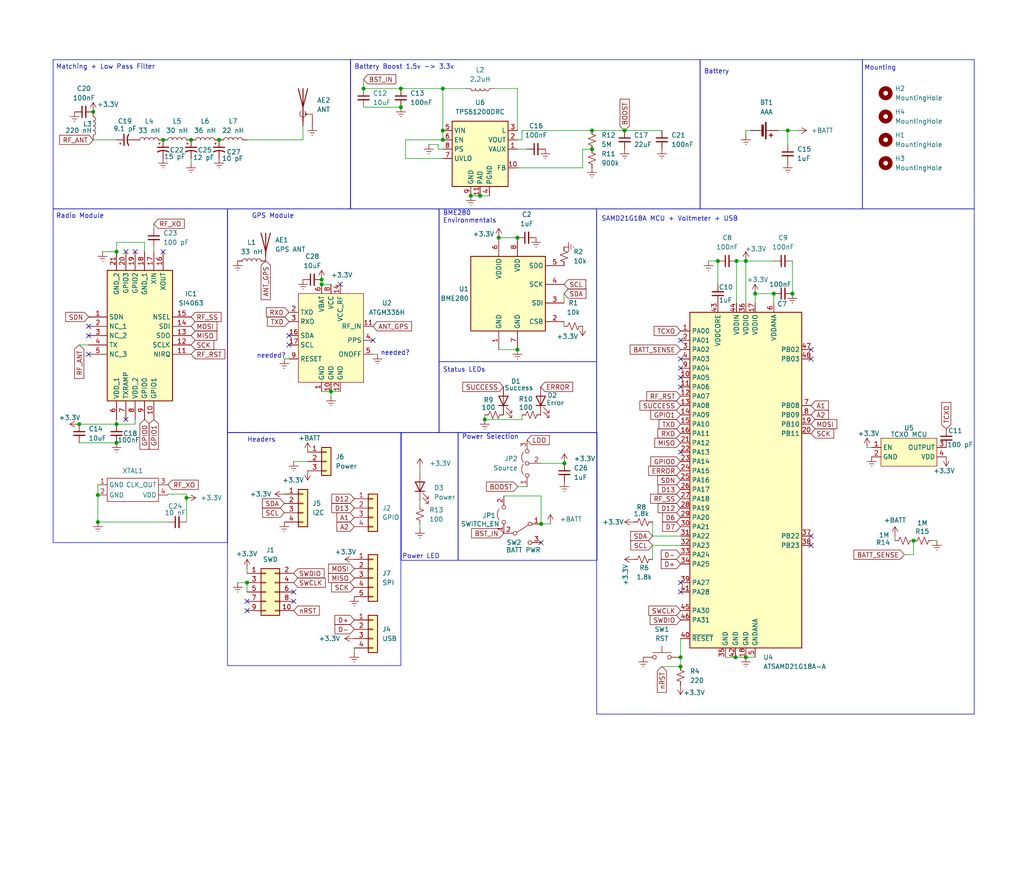
<source format=kicad_sch>
(kicad_sch (version 20231120) (generator "eeschema") (generator_version "8.0")
  (paper "User" 278.994 240.005)
  (title_block (title "Tiny4FSK") (date "2024-01-25") (company "New England Weather Balloon Society") (comment 1 "The lightweight, tiny Horus Binary and LoRa HAB tracker"))
  (junction (at 210.82 80.01))
  (junction (at 67.31 158.75))
  (junction (at 195.58 71.12))
  (junction (at 147.4252 142.748))
  (junction (at 135.89 64.77))
  (junction (at 205.74 80.01))
  (junction (at 31.75 68.58))
  (junction (at 128.27 53.34))
  (junction (at 31.75 115.57))
  (junction (at 31.75 120.65))
  (junction (at 140.97 64.77))
  (junction (at 161.29 40.64))
  (junction (at 50.8 135.636))
  (junction (at 109.22 24.13))
  (junction (at 130.81 53.34))
  (junction (at 185.42 181.61))
  (junction (at 90.17 106.68))
  (junction (at 26.67 134.874))
  (junction (at 21.59 115.57))
  (junction (at 132.08 114.3))
  (junction (at 44.45 38.1))
  (junction (at 185.42 179.07))
  (junction (at 109.22 29.21))
  (junction (at 25.4 30.48))
  (junction (at 203.2 179.07))
  (junction (at 99.06 24.13))
  (junction (at 140.97 95.25))
  (junction (at 153.7752 126.238))
  (junction (at 26.67 142.24))
  (junction (at 214.63 35.56))
  (junction (at 87.63 77.47))
  (junction (at 170.18 35.56))
  (junction (at 120.65 38.1))
  (junction (at 59.69 38.1))
  (junction (at 200.406 179.07))
  (junction (at 120.65 35.56))
  (junction (at 87.63 76.2))
  (junction (at 248.92 147.32))
  (junction (at 120.65 24.13))
  (junction (at 200.66 71.12))
  (junction (at 203.2 71.12))
  (junction (at 161.29 35.56))
  (junction (at 52.07 38.1))
  (junction (at 215.9 80.01))
  (no_connect (at 185.42 97.79))
  (no_connect (at 34.29 68.58))
  (no_connect (at 185.42 105.41))
  (no_connect (at 147.4252 147.828))
  (no_connect (at 80.01 161.29))
  (no_connect (at 220.98 97.79))
  (no_connect (at 185.42 100.33))
  (no_connect (at 80.01 163.83))
  (no_connect (at 101.6 92.71))
  (no_connect (at 44.45 68.58))
  (no_connect (at 36.83 68.58))
  (no_connect (at 67.31 166.37))
  (no_connect (at 220.98 95.25))
  (no_connect (at 78.74 93.98))
  (no_connect (at 78.74 91.44))
  (no_connect (at 185.42 158.75))
  (no_connect (at 220.98 148.59))
  (no_connect (at 24.13 96.52))
  (no_connect (at 220.98 146.05))
  (no_connect (at 185.42 92.71))
  (no_connect (at 185.42 123.19))
  (no_connect (at 92.71 77.47))
  (no_connect (at 34.29 114.3))
  (no_connect (at 24.13 91.44))
  (no_connect (at 185.42 161.29))
  (no_connect (at 67.31 163.83))
  (no_connect (at 24.13 88.9))
  (no_connect (at 185.42 102.87))
  (wire (pts (xy 200.406 179.07) (xy 203.2 179.07)))
  (wire (pts (xy 147.4252 126.238) (xy 153.7752 126.238)))
  (wire (pts (xy 161.29 35.56) (xy 170.18 35.56)))
  (wire (pts (xy 135.89 95.25) (xy 140.97 95.25)))
  (wire (pts (xy 52.07 44.45) (xy 52.07 43.18)))
  (wire (pts (xy 128.27 53.34) (xy 130.81 53.34)))
  (wire (pts (xy 205.74 82.55) (xy 205.74 80.01)))
  (wire (pts (xy 67.31 154.94) (xy 67.31 156.21)))
  (wire (pts (xy 114.4052 142.748) (xy 114.4052 144.018)))
  (wire (pts (xy 141.0752 132.588) (xy 143.6152 132.588)))
  (wire (pts (xy 87.63 76.2) (xy 87.63 77.47)))
  (wire (pts (xy 195.58 77.47) (xy 195.58 71.12)))
  (wire (pts (xy 114.4052 136.398) (xy 114.4052 137.668)))
  (wire (pts (xy 45.72 134.62) (xy 50.8 134.62)))
  (wire (pts (xy 120.65 24.13) (xy 127 24.13)))
  (wire (pts (xy 203.2 179.07) (xy 205.74 179.07)))
  (wire (pts (xy 110.49 38.1) (xy 110.49 43.18)))
  (wire (pts (xy 110.49 38.1) (xy 120.65 38.1)))
  (wire (pts (xy 203.2 36.83) (xy 203.2 35.56)))
  (wire (pts (xy 50.8 135.636) (xy 50.8 142.24)))
  (wire (pts (xy 50.8 134.62) (xy 50.8 135.636)))
  (wire (pts (xy 180.34 181.61) (xy 185.42 181.61)))
  (wire (pts (xy 203.2 35.56) (xy 204.47 35.56)))
  (wire (pts (xy 140.97 35.56) (xy 140.97 24.13)))
  (wire (pts (xy 142.24 38.1) (xy 142.24 35.56)))
  (wire (pts (xy 215.9 71.12) (xy 215.9 80.01)))
  (wire (pts (xy 119.38 39.37) (xy 119.38 40.64)))
  (wire (pts (xy 217.17 35.56) (xy 214.63 35.56)))
  (wire (pts (xy 99.06 29.21) (xy 109.22 29.21)))
  (wire (pts (xy 158.75 40.64) (xy 161.29 40.64)))
  (wire (pts (xy 41.91 60.96) (xy 41.91 62.23)))
  (wire (pts (xy 27.94 68.58) (xy 31.75 68.58)))
  (wire (pts (xy 177.8 142.24) (xy 177.8 146.05)))
  (wire (pts (xy 248.92 147.32) (xy 248.92 151.13)))
  (wire (pts (xy 21.59 115.57) (xy 31.75 115.57)))
  (wire (pts (xy 140.97 40.64) (xy 143.51 40.64)))
  (wire (pts (xy 120.65 24.13) (xy 120.65 35.56)))
  (wire (pts (xy 142.24 113.03) (xy 142.24 114.3)))
  (wire (pts (xy 39.37 66.04) (xy 31.75 66.04)))
  (wire (pts (xy 246.38 151.13) (xy 248.92 151.13)))
  (wire (pts (xy 153.67 88.9) (xy 153.67 87.63)))
  (wire (pts (xy 110.49 43.18) (xy 120.65 43.18)))
  (wire (pts (xy 205.74 80.01) (xy 210.82 80.01)))
  (wire (pts (xy 82.55 34.29) (xy 82.55 38.1)))
  (wire (pts (xy 140.97 24.13) (xy 134.62 24.13)))
  (wire (pts (xy 90.17 107.95) (xy 90.17 106.68)))
  (wire (pts (xy 25.4 38.1) (xy 31.75 38.1)))
  (wire (pts (xy 137.2652 135.128) (xy 147.4252 135.128)))
  (wire (pts (xy 132.08 113.03) (xy 132.08 114.3)))
  (wire (pts (xy 210.82 80.01) (xy 210.82 82.55)))
  (wire (pts (xy 87.63 106.68) (xy 90.17 106.68)))
  (wire (pts (xy 96.52 177.8) (xy 96.52 176.53)))
  (wire (pts (xy 212.09 35.56) (xy 214.63 35.56)))
  (wire (pts (xy 99.06 21.59) (xy 99.06 24.13)))
  (wire (pts (xy 26.67 132.08) (xy 26.67 134.874)))
  (wire (pts (xy 153.67 80.01) (xy 153.67 82.55)))
  (wire (pts (xy 177.8 146.05) (xy 185.42 146.05)))
  (wire (pts (xy 243.84 146.05) (xy 243.84 147.32)))
  (wire (pts (xy 31.75 115.57) (xy 36.83 115.57)))
  (wire (pts (xy 185.42 179.07) (xy 185.42 181.61)))
  (wire (pts (xy 185.42 179.07) (xy 185.42 173.99)))
  (wire (pts (xy 102.87 96.52) (xy 101.6 96.52)))
  (wire (pts (xy 114.4052 127.508) (xy 114.4052 128.778)))
  (wire (pts (xy 135.89 64.77) (xy 140.97 64.77)))
  (wire (pts (xy 67.31 38.1) (xy 82.55 38.1)))
  (wire (pts (xy 26.67 142.24) (xy 45.72 142.24)))
  (wire (pts (xy 200.66 71.12) (xy 200.66 82.55)))
  (wire (pts (xy 31.75 115.57) (xy 31.75 114.3)))
  (wire (pts (xy 177.8 148.59) (xy 185.42 148.59)))
  (wire (pts (xy 21.59 120.65) (xy 31.75 120.65)))
  (wire (pts (xy 193.04 71.12) (xy 195.58 71.12)))
  (wire (pts (xy 64.77 158.75) (xy 67.31 158.75)))
  (wire (pts (xy 87.63 77.47) (xy 90.17 77.47)))
  (wire (pts (xy 41.91 67.31) (xy 41.91 68.58)))
  (wire (pts (xy 142.24 114.3) (xy 132.08 114.3)))
  (wire (pts (xy 80.01 125.73) (xy 83.82 125.73)))
  (wire (pts (xy 90.17 106.68) (xy 92.71 106.68)))
  (wire (pts (xy 99.06 24.13) (xy 109.22 24.13)))
  (wire (pts (xy 130.81 53.34) (xy 133.35 53.34)))
  (wire (pts (xy 236.22 121.92) (xy 237.49 121.92)))
  (wire (pts (xy 200.66 71.12) (xy 203.2 71.12)))
  (wire (pts (xy 77.47 97.79) (xy 78.74 97.79)))
  (wire (pts (xy 45.72 134.62) (xy 45.72 134.874)))
  (wire (pts (xy 67.31 158.75) (xy 67.31 161.29)))
  (wire (pts (xy 158.75 45.72) (xy 140.97 45.72)))
  (wire (pts (xy 21.59 93.98) (xy 24.13 93.98)))
  (wire (pts (xy 214.63 39.37) (xy 214.63 35.56)))
  (wire (pts (xy 140.97 38.1) (xy 142.24 38.1)))
  (wire (pts (xy 147.4252 135.128) (xy 147.4252 142.748)))
  (wire (pts (xy 197.612 179.07) (xy 200.406 179.07)))
  (wire (pts (xy 158.75 40.64) (xy 158.75 45.72)))
  (wire (pts (xy 31.75 66.04) (xy 31.75 68.58)))
  (wire (pts (xy 203.2 71.12) (xy 210.82 71.12)))
  (wire (pts (xy 203.2 71.12) (xy 203.2 82.55)))
  (wire (pts (xy 36.83 114.3) (xy 36.83 115.57)))
  (wire (pts (xy 39.37 68.58) (xy 39.37 66.04)))
  (wire (pts (xy 119.38 40.64) (xy 120.65 40.64)))
  (wire (pts (xy 170.18 35.56) (xy 180.34 35.56)))
  (wire (pts (xy 109.22 24.13) (xy 120.65 24.13)))
  (wire (pts (xy 142.24 35.56) (xy 161.29 35.56)))
  (wire (pts (xy 177.8 152.4) (xy 177.8 148.59)))
  (wire (pts (xy 116.84 39.37) (xy 119.38 39.37)))
  (wire (pts (xy 26.67 134.874) (xy 26.67 142.24)))
  (wire (pts (xy 149.9652 142.748) (xy 147.4252 142.748)))
  (wire (pts (xy 120.65 38.1) (xy 120.65 35.56)))
  (wire (pts (xy 255.27 147.32) (xy 254 147.32)))
  (rectangle (start 61.976 117.856) (end 109.22 181.356))
  (rectangle (start 95.504 16.256) (end 190.754 56.896))
  (rectangle (start 162.56 56.896) (end 265.43 194.564))
  (rectangle (start 14.478 16.256) (end 95.504 56.896))
  (rectangle (start 190.754 16.256) (end 234.95 56.896))
  (rectangle (start 119.634 98.552) (end 162.56 117.856))
  (rectangle (start 109.3252 117.856) (end 124.8192 152.654))
  (rectangle (start 124.8192 117.856) (end 162.6652 152.654))
  (rectangle (start 234.95 16.256) (end 265.43 56.896))
  (rectangle (start 61.976 56.896) (end 119.634 117.856))
  (rectangle (start 14.478 56.896) (end 61.976 147.828))
  (rectangle (start 119.634 56.896) (end 162.56 98.552))
  (text "Power LED\n" (at 109.5792 152.4 0) (effects (font (size 1.27 1.27)) (justify left bottom)))
  (text "GPS Module\n" (at 68.58 59.69 0) (effects (font (size 1.27 1.27)) (justify left bottom)))
  (text "Headers\n" (at 67.31 120.65 0) (effects (font (size 1.27 1.27)) (justify left bottom)))
  (text "needed?" (at 73.914 97.028 0) (effects (font (size 1.27 1.27))))
  (text "Matching + Low Pass Filter\n" (at 15.24 19.05 0) (effects (font (size 1.27 1.27)) (justify left bottom)))
  (text "Power Selection\n" (at 125.8352 119.888 0) (effects (font (size 1.27 1.27)) (justify left bottom)))
  (text "BME280\nEnvironmentals" (at 120.65 60.96 0) (effects (font (size 1.27 1.27)) (justify left bottom)))
  (text "Radio Module\n" (at 15.24 59.69 0) (effects (font (size 1.27 1.27)) (justify left bottom)))
  (text "SAMD21G18A MCU + Voltmeter + USB\n" (at 163.83 60.452 0) (effects (font (size 1.27 1.27)) (justify left bottom)))
  (text "Mounting\n" (at 235.458 19.304 0) (effects (font (size 1.27 1.27)) (justify left bottom)))
  (text "needed?" (at 107.696 96.266 0) (effects (font (size 1.27 1.27))))
  (text "Battery" (at 191.77 20.32 0) (effects (font (size 1.27 1.27)) (justify left bottom)))
  (text "Status LEDs\n" (at 120.65 101.6 0) (effects (font (size 1.27 1.27)) (justify left bottom)))
  (text "Battery Boost 1.5v -> 3.3v" (at 96.52 19.05 0) (effects (font (size 1.27 1.27)) (justify left bottom)))
  (global_label "RF_XO" (shape input) (at 41.91 60.96 0) (property "Intersheetrefs" "${INTERSHEET_REFS}" (effects (hide yes))))
  (global_label "D12" (shape input) (at 96.52 135.89 180) (property "Intersheetrefs" "${INTERSHEET_REFS}" (effects (hide yes))))
  (global_label "nRST" (shape input) (at 80.01 166.37 0) (property "Intersheetrefs" "${INTERSHEET_REFS}" (effects (hide yes))))
  (global_label "GPIO0" (shape input) (at 39.37 114.3 270) (property "Intersheetrefs" "${INTERSHEET_REFS}" (effects (hide yes))))
  (global_label "BATT_SENSE" (shape input) (at 185.42 95.25 180) (property "Intersheetrefs" "${INTERSHEET_REFS}" (effects (hide yes))))
  (global_label "D13" (shape input) (at 96.52 138.43 180) (property "Intersheetrefs" "${INTERSHEET_REFS}" (effects (hide yes))))
  (global_label "GPIO0" (shape input) (at 185.42 125.73 180) (property "Intersheetrefs" "${INTERSHEET_REFS}" (effects (hide yes))))
  (global_label "RF_ANT" (shape input) (at 21.59 93.98 270) (property "Intersheetrefs" "${INTERSHEET_REFS}" (effects (hide yes))))
  (global_label "SCL" (shape input) (at 77.47 139.7 180) (property "Intersheetrefs" "${INTERSHEET_REFS}" (effects (hide yes))))
  (global_label "A1" (shape input) (at 96.52 140.97 180) (property "Intersheetrefs" "${INTERSHEET_REFS}" (effects (hide yes))))
  (global_label "ANT_GPS" (shape input) (at 72.39 71.12 270) (property "Intersheetrefs" "${INTERSHEET_REFS}" (effects (hide yes))))
  (global_label "D7" (shape input) (at 185.42 143.51 180) (property "Intersheetrefs" "${INTERSHEET_REFS}" (effects (hide yes))))
  (global_label "TCXO" (shape input) (at 257.81 116.84 90) (property "Intersheetrefs" "${INTERSHEET_REFS}" (effects (hide yes))))
  (global_label "SWDIO" (shape input) (at 185.42 168.91 180) (property "Intersheetrefs" "${INTERSHEET_REFS}" (effects (hide yes))))
  (global_label "SUCCESS" (shape input) (at 137.16 105.41 180) (property "Intersheetrefs" "${INTERSHEET_REFS}" (effects (hide yes))))
  (global_label "A2" (shape input) (at 220.98 113.03 0) (property "Intersheetrefs" "${INTERSHEET_REFS}" (effects (hide yes))))
  (global_label "D6" (shape input) (at 185.42 140.97 180) (property "Intersheetrefs" "${INTERSHEET_REFS}" (effects (hide yes))))
  (global_label "SWDIO" (shape input) (at 80.01 156.21 0) (property "Intersheetrefs" "${INTERSHEET_REFS}" (effects (hide yes))))
  (global_label "D-" (shape input) (at 185.42 151.13 180) (property "Intersheetrefs" "${INTERSHEET_REFS}" (effects (hide yes))))
  (global_label "A2" (shape input) (at 96.52 143.51 180) (property "Intersheetrefs" "${INTERSHEET_REFS}" (effects (hide yes))))
  (global_label "SDA" (shape input) (at 177.8 146.05 180) (property "Intersheetrefs" "${INTERSHEET_REFS}" (effects (hide yes))))
  (global_label "TXD" (shape input) (at 185.42 115.57 180) (property "Intersheetrefs" "${INTERSHEET_REFS}" (effects (hide yes))))
  (global_label "SDN" (shape input) (at 24.13 86.36 180) (property "Intersheetrefs" "${INTERSHEET_REFS}" (effects (hide yes))))
  (global_label "ANT_GPS" (shape input) (at 101.6 88.9 0) (property "Intersheetrefs" "${INTERSHEET_REFS}" (effects (hide yes))))
  (global_label "BST_IN" (shape input) (at 137.2652 145.288 180) (property "Intersheetrefs" "${INTERSHEET_REFS}" (effects (hide yes))))
  (global_label "RF_XO" (shape input) (at 45.72 132.08 0) (property "Intersheetrefs" "${INTERSHEET_REFS}" (effects (hide yes))))
  (global_label "MOSI" (shape input) (at 220.98 115.57 0) (property "Intersheetrefs" "${INTERSHEET_REFS}" (effects (hide yes))))
  (global_label "D+" (shape input) (at 185.42 153.67 180) (property "Intersheetrefs" "${INTERSHEET_REFS}" (effects (hide yes))))
  (global_label "RXD" (shape input) (at 185.42 118.11 180) (property "Intersheetrefs" "${INTERSHEET_REFS}" (effects (hide yes))))
  (global_label "D+" (shape input) (at 96.52 168.91 180) (property "Intersheetrefs" "${INTERSHEET_REFS}" (effects (hide yes))))
  (global_label "BOOST" (shape input) (at 141.0752 132.588 180) (property "Intersheetrefs" "${INTERSHEET_REFS}" (effects (hide yes))))
  (global_label "BATT_SENSE" (shape input) (at 246.38 151.13 180) (property "Intersheetrefs" "${INTERSHEET_REFS}" (effects (hide yes))))
  (global_label "RXD" (shape input) (at 78.74 85.09 180) (property "Intersheetrefs" "${INTERSHEET_REFS}" (effects (hide yes))))
  (global_label "SDN" (shape input) (at 185.42 130.81 180) (property "Intersheetrefs" "${INTERSHEET_REFS}" (effects (hide yes))))
  (global_label "RF_RST" (shape input) (at 185.42 107.95 180) (property "Intersheetrefs" "${INTERSHEET_REFS}" (effects (hide yes))))
  (global_label "SWCLK" (shape input) (at 185.42 166.37 180) (property "Intersheetrefs" "${INTERSHEET_REFS}" (effects (hide yes))))
  (global_label "TXD" (shape input) (at 78.74 87.63 180) (property "Intersheetrefs" "${INTERSHEET_REFS}" (effects (hide yes))))
  (global_label "D-" (shape input) (at 96.52 171.45 180) (property "Intersheetrefs" "${INTERSHEET_REFS}" (effects (hide yes))))
  (global_label "BOOST" (shape input) (at 170.18 35.56 90) (property "Intersheetrefs" "${INTERSHEET_REFS}" (effects (hide yes))))
  (global_label "SCK" (shape input) (at 52.07 93.98 0) (property "Intersheetrefs" "${INTERSHEET_REFS}" (effects (hide yes))))
  (global_label "RF_SS" (shape input) (at 52.07 86.36 0) (property "Intersheetrefs" "${INTERSHEET_REFS}" (effects (hide yes))))
  (global_label "SDA" (shape input) (at 77.47 137.16 180) (property "Intersheetrefs" "${INTERSHEET_REFS}" (effects (hide yes))))
  (global_label "D13" (shape input) (at 185.42 133.35 180) (property "Intersheetrefs" "${INTERSHEET_REFS}" (effects (hide yes))))
  (global_label "RF_RST" (shape input) (at 52.07 96.52 0) (property "Intersheetrefs" "${INTERSHEET_REFS}" (effects (hide yes))))
  (global_label "SUCCESS" (shape input) (at 185.42 110.49 180) (property "Intersheetrefs" "${INTERSHEET_REFS}" (effects (hide yes))))
  (global_label "GPIO1" (shape input) (at 185.42 113.03 180) (property "Intersheetrefs" "${INTERSHEET_REFS}" (effects (hide yes))))
  (global_label "nRST" (shape input) (at 180.34 181.61 270) (property "Intersheetrefs" "${INTERSHEET_REFS}" (effects (hide yes))))
  (global_label "SDA" (shape input) (at 153.67 80.01 0) (property "Intersheetrefs" "${INTERSHEET_REFS}" (effects (hide yes))))
  (global_label "MISO" (shape input) (at 96.52 157.48 180) (property "Intersheetrefs" "${INTERSHEET_REFS}" (effects (hide yes))))
  (global_label "A1" (shape input) (at 220.98 110.49 0) (property "Intersheetrefs" "${INTERSHEET_REFS}" (effects (hide yes))))
  (global_label "BST_IN" (shape input) (at 99.06 21.59 0) (property "Intersheetrefs" "${INTERSHEET_REFS}" (effects (hide yes))))
  (global_label "MISO" (shape input) (at 185.42 120.65 180) (property "Intersheetrefs" "${INTERSHEET_REFS}" (effects (hide yes))))
  (global_label "MOSI" (shape input) (at 52.07 88.9 0) (property "Intersheetrefs" "${INTERSHEET_REFS}" (effects (hide yes))))
  (global_label "SWCLK" (shape input) (at 80.01 158.75 0) (property "Intersheetrefs" "${INTERSHEET_REFS}" (effects (hide yes))))
  (global_label "SCL" (shape input) (at 177.8 148.59 180) (property "Intersheetrefs" "${INTERSHEET_REFS}" (effects (hide yes))))
  (global_label "ERROR" (shape input) (at 147.32 105.41 0) (property "Intersheetrefs" "${INTERSHEET_REFS}" (effects (hide yes))))
  (global_label "SCK" (shape input) (at 96.52 160.02 180) (property "Intersheetrefs" "${INTERSHEET_REFS}" (effects (hide yes))))
  (global_label "ERROR" (shape input) (at 185.42 128.27 180) (property "Intersheetrefs" "${INTERSHEET_REFS}" (effects (hide yes))))
  (global_label "SCK" (shape input) (at 220.98 118.11 0) (property "Intersheetrefs" "${INTERSHEET_REFS}" (effects (hide yes))))
  (global_label "LDO" (shape input) (at 143.6152 119.888 0) (property "Intersheetrefs" "${INTERSHEET_REFS}" (effects (hide yes))))
  (global_label "RF_ANT" (shape input) (at 25.4 38.1 180) (property "Intersheetrefs" "${INTERSHEET_REFS}" (effects (hide yes))))
  (global_label "MISO" (shape input) (at 52.07 91.44 0) (property "Intersheetrefs" "${INTERSHEET_REFS}" (effects (hide yes))))
  (global_label "SCL" (shape input) (at 153.67 77.47 0) (property "Intersheetrefs" "${INTERSHEET_REFS}" (effects (hide yes))))
  (global_label "D12" (shape input) (at 185.42 138.43 180) (property "Intersheetrefs" "${INTERSHEET_REFS}" (effects (hide yes))))
  (global_label "MOSI" (shape input) (at 96.52 154.94 180) (property "Intersheetrefs" "${INTERSHEET_REFS}" (effects (hide yes))))
  (global_label "GPIO1" (shape input) (at 41.91 114.3 270) (property "Intersheetrefs" "${INTERSHEET_REFS}" (effects (hide yes))))
  (global_label "TCXO" (shape input) (at 185.42 90.17 180) (property "Intersheetrefs" "${INTERSHEET_REFS}" (effects (hide yes))))
  (global_label "RF_SS" (shape input) (at 185.42 135.89 180) (property "Intersheetrefs" "${INTERSHEET_REFS}" (effects (hide yes))))
  (symbol (lib_name "Earth_2") (lib_id "power:Earth") (at 114.4052 144.018 0) (unit 1)
    (property "Reference" "#PWR012" (effects (hide yes)))
    (property "Value" "Earth" (effects (hide yes)))
  )
  (symbol (lib_name "Earth_4") (lib_id "power:Earth") (at 215.9 80.01 0) (unit 1)
    (property "Reference" "#PWR047" (effects (hide yes)))
    (property "Value" "Earth" (effects (hide yes)))
  )
  (symbol (lib_id "Mechanical:MountingHole") (at 241.3 31.75 0) (unit 1) (in_bom no)
    (property "Reference" "H4" (at 243.84 30.4799 0) (effects (justify left)))
    (property "Value" "MountingHole" (at 243.84 33.0199 0) (effects (justify left)))
    (property "Footprint" "MountingHole:MountingHole_2.2mm_M2" (effects (hide yes)))
    (property "Description" "Mounting Hole without connection" (effects (hide yes)))
  )
  (symbol (lib_id "Device:R_Small_US") (at 175.26 142.24 270) (unit 1)
    (property "Reference" "R8" (at 174.752 138.176 90))
    (property "Value" "1.8k" (at 174.752 139.954 90))
    (property "Footprint" "Resistor_SMD:R_0805_2012Metric_Pad1.20x1.40mm_HandSolder" (effects (hide yes)))
    (property "Description" "Resistor, small US symbol" (effects (hide yes)))
  )
  (symbol (lib_id "Device:C_Polarized_Small_US") (at 52.07 40.64 0) (unit 1)
    (property "Reference" "C25" (at 53.848 40.894 0) (effects (justify left)))
    (property "Value" "12 pF" (at 52.578 42.926 0) (effects (justify left)))
    (property "Footprint" "Capacitor_SMD:C_0402_1005Metric_Pad0.74x0.62mm_HandSolder" (effects (hide yes)))
    (property "Description" "Polarized capacitor, small US symbol" (effects (hide yes)))
  )
  (symbol (lib_id "Device:R_Small_US") (at 114.4052 140.208 0) (unit 1)
    (property "Reference" "R13" (at 116.9452 138.9379 0) (effects (justify left)))
    (property "Value" "100" (at 116.9452 141.4779 0) (effects (justify left)))
    (property "Footprint" "Resistor_SMD:R_0805_2012Metric_Pad1.20x1.40mm_HandSolder" (effects (hide yes)))
    (property "Description" "Resistor, small US symbol" (effects (hide yes)))
  )
  (symbol (lib_id "Oscillator:ATXK-H11-E-32.768KHZ-E50-T3") (at 247.65 118.11 0) (unit 1)
    (property "Reference" "U5" (at 247.65 116.586 0))
    (property "Value" "TCXO MCU" (at 247.65 118.364 0))
    (property "Footprint" "Oscillator_TCXO:ATXK-H11-E-32.768KHZ-E50-T3" (effects (hide yes)))
  )
  (symbol (lib_name "+3.3V_6") (lib_id "power:+3.3V") (at 236.22 121.92 0) (unit 1)
    (property "Reference" "#PWR051" (effects (hide yes)))
    (property "Value" "+3.3V" (at 233.68 118.11 0) (effects (justify left)))
  )
  (symbol (lib_id "Device:L") (at 130.81 24.13 270) (unit 1)
    (property "Reference" "L2" (at 130.81 19.05 90))
    (property "Value" "2.2uH" (at 130.81 21.59 90))
    (property "Footprint" "IND_CONT:LPS3015222MRB" (effects (hide yes)))
    (property "Description" "Inductor" (effects (hide yes)))
  )
  (symbol (lib_name "Earth_3") (lib_id "power:Earth") (at 161.29 45.72 0) (unit 1)
    (property "Reference" "#PWR032" (effects (hide yes)))
    (property "Value" "Earth" (effects (hide yes)))
  )
  (symbol (lib_id "Device:C_Small") (at 214.63 41.91 0) (unit 1)
    (property "Reference" "C15" (at 217.17 40.6462 0) (effects (justify left)))
    (property "Value" "1uF" (at 217.17 43.1862 0) (effects (justify left)))
    (property "Footprint" "Capacitor_SMD:C_0805_2012Metric_Pad1.18x1.45mm_HandSolder" (effects (hide yes)))
    (property "Description" "Unpolarized capacitor, small symbol" (effects (hide yes)))
  )
  (symbol (lib_id "power:+3.3V") (at 96.52 152.4 90) (mirror x) (unit 1)
    (property "Reference" "#PWR017" (effects (hide yes)))
    (property "Value" "+3.3V" (at 91.186 150.368 90) (effects (justify right)))
  )
  (symbol (lib_name "Earth_4") (lib_id "power:Earth") (at 255.27 147.32 0) (unit 1)
    (property "Reference" "#PWR053" (effects (hide yes)))
    (property "Value" "Earth" (effects (hide yes)))
  )
  (symbol (lib_id "Device:R_Small_US") (at 251.46 147.32 90) (unit 1)
    (property "Reference" "R15" (at 253.238 144.78 90) (effects (justify left)))
    (property "Value" "1M" (at 252.73 142.494 90) (effects (justify left)))
    (property "Footprint" "Resistor_SMD:R_0805_2012Metric_Pad1.20x1.40mm_HandSolder" (effects (hide yes)))
    (property "Description" "Resistor, small US symbol" (effects (hide yes)))
  )
  (symbol (lib_id "Device:R_Small_US") (at 161.29 38.1 0) (unit 1)
    (property "Reference" "R12" (at 163.83 36.8299 0) (effects (justify left)))
    (property "Value" "5M" (at 163.83 39.3699 0) (effects (justify left)))
    (property "Footprint" "Resistor_SMD:R_0805_2012Metric_Pad1.20x1.40mm_HandSolder" (effects (hide yes)))
    (property "Description" "Resistor, small US symbol" (effects (hide yes)))
  )
  (symbol (lib_name "+3.3V_9") (lib_id "power:+3.3V") (at 172.72 152.4 90) (unit 1)
    (property "Reference" "#PWR036" (effects (hide yes)))
    (property "Value" "+3.3V" (at 170.434 153.67 0) (effects (justify right)))
  )
  (symbol (lib_id "Device:C_Small") (at 195.58 80.01 180) (unit 1)
    (property "Reference" "C10" (at 195.834 78.232 0) (effects (justify right)))
    (property "Value" "1uF" (at 195.834 81.788 0) (effects (justify right)))
    (property "Footprint" "Capacitor_SMD:C_0805_2012Metric_Pad1.18x1.45mm_HandSolder" (effects (hide yes)))
    (property "Description" "Unpolarized capacitor, small symbol" (effects (hide yes)))
  )
  (symbol (lib_id "Connector_Generic:Conn_01x04") (at 101.6 171.45 0) (unit 1)
    (property "Reference" "J4" (at 104.14 171.4499 0) (effects (justify left)))
    (property "Value" "USB" (at 104.14 173.9899 0) (effects (justify left)))
    (property "Footprint" "Connector_PinHeader_2.54mm:PinHeader_1x04_P2.54mm_Vertical" (effects (hide yes)))
    (property "Description" "Generic connector, single row, 01x04, script generated (kicad-library-utils/schlib/autogen/connector/)" (effects (hide yes)))
  )
  (symbol (lib_id "Device:R_Small_US") (at 161.29 43.18 0) (unit 1)
    (property "Reference" "R11" (at 163.83 41.9099 0) (effects (justify left)))
    (property "Value" "900k" (at 163.83 44.4499 0) (effects (justify left)))
    (property "Footprint" "Resistor_SMD:R_0805_2012Metric_Pad1.20x1.40mm_HandSolder" (effects (hide yes)))
    (property "Description" "Resistor, small US symbol" (effects (hide yes)))
  )
  (symbol (lib_id "Device:L") (at 40.64 38.1 90) (unit 1)
    (property "Reference" "L4" (at 40.64 33.02 90))
    (property "Value" "33 nH" (at 40.64 35.56 90))
    (property "Footprint" "Inductor_SMD:L_0402_1005Metric_Pad0.77x0.64mm_HandSolder" (effects (hide yes)))
    (property "Description" "Inductor" (effects (hide yes)))
  )
  (symbol (lib_name "Earth_4") (lib_id "power:Earth") (at 175.26 179.07 0) (unit 1)
    (property "Reference" "#PWR037" (effects (hide yes)))
    (property "Value" "Earth" (effects (hide yes)))
  )
  (symbol (lib_name "Earth_4") (lib_id "power:Earth") (at 153.67 67.31 90) (unit 1)
    (property "Reference" "#PWR030" (effects (hide yes)))
    (property "Value" "Earth" (effects (hide yes)))
  )
  (symbol (lib_name "+BATT_1") (lib_id "power:+BATT") (at 83.82 123.19 0) (unit 1)
    (property "Reference" "#PWR014" (effects (hide yes)))
    (property "Value" "+BATT" (at 81.28 119.38 0) (effects (justify left)))
  )
  (symbol (lib_id "Connector_Generic:Conn_01x05") (at 101.6 157.48 0) (unit 1)
    (property "Reference" "J7" (at 104.14 156.2099 0) (effects (justify left)))
    (property "Value" "SPI" (at 104.14 158.7499 0) (effects (justify left)))
    (property "Footprint" "Connector_PinHeader_2.54mm:PinHeader_1x05_P2.54mm_Vertical" (effects (hide yes)))
    (property "Description" "Generic connector, single row, 01x05, script generated (kicad-library-utils/schlib/autogen/connector/)" (effects (hide yes)))
  )
  (symbol (lib_name "+3.3V_9") (lib_id "power:+3.3V") (at 96.52 173.99 90) (mirror x) (unit 1)
    (property "Reference" "#PWR040" (effects (hide yes)))
    (property "Value" "+3.3V" (at 92.71 173.9899 90) (effects (justify left)))
  )
  (symbol (lib_name "Earth_4") (lib_id "power:Earth") (at 140.97 95.25 0) (unit 1)
    (property "Reference" "#PWR025" (effects (hide yes)))
    (property "Value" "Earth" (effects (hide yes)))
  )
  (symbol (lib_name "+3.3V_9") (lib_id "power:+3.3V") (at 153.7752 126.238 0) (mirror y) (unit 1)
    (property "Reference" "#PWR069" (effects (hide yes)))
    (property "Value" "+3.3V" (at 156.3152 124.9679 0) (effects (justify right)))
  )
  (symbol (lib_name "Earth_4") (lib_id "power:Earth") (at 102.87 96.52 0) (unit 1)
    (property "Reference" "#PWR057" (effects (hide yes)))
    (property "Value" "Earth" (effects (hide yes)))
  )
  (symbol (lib_id "Device:C_Small") (at 153.7752 128.778 0) (unit 1) (on_board no)
    (property "Reference" "C26" (at 156.3152 127.5142 0) (effects (justify left)))
    (property "Value" "1uF" (at 156.3152 130.0542 0) (effects (justify left)))
    (property "Footprint" "Capacitor_SMD:C_0805_2012Metric_Pad1.18x1.45mm_HandSolder" (effects (hide yes)))
    (property "Description" "Unpolarized capacitor, small symbol" (effects (hide yes)))
  )
  (symbol (lib_id "Device:LED") (at 114.4052 132.588 90) (unit 1)
    (property "Reference" "D3" (at 118.2152 132.9054 90) (effects (justify right)))
    (property "Value" "Power" (at 118.2152 135.4454 90) (effects (justify right)))
    (property "Footprint" "LED_SMD:LED_0805_2012Metric_Pad1.15x1.40mm_HandSolder" (effects (hide yes)))
    (property "Description" "Light emitting diode" (effects (hide yes)))
  )
  (symbol (lib_id "Jumper:Jumper_3_Open") (at 143.6152 126.238 90) (unit 1) (on_board no)
    (property "Reference" "JP2" (at 141.0752 124.9679 90) (effects (justify left)))
    (property "Value" "Source" (at 141.0752 127.5079 90) (effects (justify left)))
    (property "Footprint" "Jumper:SolderJumper-3_P1.3mm_Open_Pad1.0x1.5mm_NumberLabels" (effects (hide yes)))
    (property "Description" "Jumper, 3-pole, both open" (effects (hide yes)))
  )
  (symbol (lib_id "Device:C_Small") (at 213.36 71.12 90) (unit 1)
    (property "Reference" "C9" (at 213.3663 64.77 90))
    (property "Value" "100nF" (at 213.3663 67.31 90))
    (property "Footprint" "Capacitor_SMD:C_0805_2012Metric_Pad1.18x1.45mm_HandSolder" (effects (hide yes)))
    (property "Description" "Unpolarized capacitor, small symbol" (effects (hide yes)))
  )
  (symbol (lib_name "Earth_4") (lib_id "power:Earth") (at 203.2 179.07 0) (unit 1)
    (property "Reference" "#PWR043" (effects (hide yes)))
    (property "Value" "Earth" (effects (hide yes)))
  )
  (symbol (lib_id "Device:C_Small") (at 85.09 76.2 90) (unit 1)
    (property "Reference" "C28" (at 85.0963 69.85 90))
    (property "Value" "10uF" (at 85.0963 72.39 90))
    (property "Footprint" "Capacitor_SMD:C_0805_2012Metric_Pad1.18x1.45mm_HandSolder" (effects (hide yes)))
    (property "Description" "Unpolarized capacitor, small symbol" (effects (hide yes)))
  )
  (symbol (lib_id "power:+3.3V") (at 87.63 76.2 0) (unit 1)
    (property "Reference" "#PWR011" (effects (hide yes)))
    (property "Value" "+3.3V" (at 90.17 74.9299 0) (effects (justify left)))
  )
  (symbol (lib_name "Earth_4") (lib_id "power:Earth") (at 237.49 124.46 0) (unit 1)
    (property "Reference" "#PWR026" (effects (hide yes)))
    (property "Value" "Earth" (effects (hide yes)))
  )
  (symbol (lib_id "Device:L") (at 63.5 38.1 90) (unit 1)
    (property "Reference" "L7" (at 63.5 33.02 90))
    (property "Value" "22 nH" (at 63.5 35.56 90))
    (property "Footprint" "Inductor_SMD:L_0402_1005Metric_Pad0.77x0.64mm_HandSolder" (effects (hide yes)))
    (property "Description" "Inductor" (effects (hide yes)))
  )
  (symbol (lib_id "Jumper:Jumper_2_Open") (at 137.2652 140.208 90) (unit 1)
    (property "Reference" "JP1" (at 131.4232 140.462 90) (effects (justify right)))
    (property "Value" "SWITCH_EN" (at 125.5812 142.748 90) (effects (justify right)))
    (property "Footprint" "Jumper:SolderJumper-2_P1.3mm_Open_Pad1.0x1.5mm" (effects (hide yes)))
    (property "Description" "Jumper, 2-pole, open" (effects (hide yes)))
  )
  (symbol (lib_id "Device:R_Small_US") (at 144.78 113.03 270) (unit 1)
    (property "Reference" "R10" (at 143.256 108.712 90))
    (property "Value" "100" (at 143.256 110.998 90))
    (property "Footprint" "Resistor_SMD:R_0805_2012Metric_Pad1.20x1.40mm_HandSolder" (effects (hide yes)))
    (property "Description" "Resistor, small US symbol" (effects (hide yes)))
  )
  (symbol (lib_name "Earth_4") (lib_id "power:Earth") (at 146.05 64.77 0) (unit 1)
    (property "Reference" "#PWR027" (effects (hide yes)))
    (property "Value" "Earth" (effects (hide yes)))
  )
  (symbol (lib_name "+3.3V_6") (lib_id "power:+3.3V") (at 257.81 124.46 180) (unit 1)
    (property "Reference" "#PWR050" (effects (hide yes)))
    (property "Value" "+3.3V" (at 254.254 128.27 0) (effects (justify right)))
  )
  (symbol (lib_id "power:+3.3V") (at 77.47 134.62 90) (mirror x) (unit 1)
    (property "Reference" "#PWR07" (effects (hide yes)))
    (property "Value" "+3.3V" (at 68.072 134.62 90) (effects (justify right)))
  )
  (symbol (lib_name "+3.3V_2") (lib_id "power:+3.3V") (at 50.8 135.636 270) (unit 1)
    (property "Reference" "#PWR062" (effects (hide yes)))
    (property "Value" "+3.3V" (at 54.61 135.6359 90) (effects (justify left)))
  )
  (symbol (lib_name "+3.3V_9") (lib_id "power:+3.3V") (at 114.4052 127.508 0) (mirror y) (unit 1)
    (property "Reference" "#PWR013" (effects (hide yes)))
    (property "Value" "+3.3V" (at 116.9452 126.2379 0) (effects (justify right)))
  )
  (symbol (lib_id "Sensor:BME280") (at 138.43 80.01 0) (unit 1)
    (property "Reference" "U1" (at 127.762 78.74 0) (effects (justify right)))
    (property "Value" "BME280" (at 127.762 81.28 0) (effects (justify right)))
    (property "Footprint" "Package_LGA:Bosch_LGA-8_2.5x2.5mm_P0.65mm_ClockwisePinNumbering" (effects (hide yes)))
    (property "Description" "3-in-1 sensor, humidity, pressure, temperature, I2C and SPI interface, 1.71-3.6V, LGA-8" (effects (hide yes)))
  )
  (symbol (lib_id "Device:R_Small_US") (at 175.26 152.4 90) (unit 1)
    (property "Reference" "R6" (at 175.514 154.686 90))
    (property "Value" "1.8k" (at 175.514 157.226 90))
    (property "Footprint" "Resistor_SMD:R_0805_2012Metric_Pad1.20x1.40mm_HandSolder" (effects (hide yes)))
    (property "Description" "Resistor, small US symbol" (effects (hide yes)))
  )
  (symbol (lib_name "Earth_2") (lib_id "power:Earth") (at 64.77 158.75 0) (mirror y) (unit 1)
    (property "Reference" "#PWR049" (effects (hide yes)))
    (property "Value" "Earth" (effects (hide yes)))
  )
  (symbol (lib_name "+BATT_1") (lib_id "power:+BATT") (at 149.9652 142.748 0) (unit 1)
    (property "Reference" "#PWR029" (effects (hide yes)))
    (property "Value" "+BATT" (at 152.5052 141.4779 0) (effects (justify left)))
  )
  (symbol (lib_id "Device:L") (at 55.88 38.1 90) (unit 1)
    (property "Reference" "L6" (at 55.88 33.02 90))
    (property "Value" "36 nH" (at 55.88 35.56 90))
    (property "Footprint" "Inductor_SMD:L_0402_1005Metric_Pad0.77x0.64mm_HandSolder" (effects (hide yes)))
    (property "Description" "Inductor" (effects (hide yes)))
  )
  (symbol (lib_name "Earth_4") (lib_id "power:Earth") (at 170.18 40.64 0) (unit 1)
    (property "Reference" "#PWR034" (effects (hide yes)))
    (property "Value" "Earth" (effects (hide yes)))
  )
  (symbol (lib_id "Device:C_Small") (at 21.59 118.11 0) (unit 1)
    (property "Reference" "C14" (at 24.13 116.8462 0) (effects (justify left)))
    (property "Value" "10uF" (at 24.13 119.3862 0) (effects (justify left)))
    (property "Footprint" "Capacitor_SMD:C_0805_2012Metric_Pad1.18x1.45mm_HandSolder" (effects (hide yes)))
    (property "Description" "Unpolarized capacitor, small symbol" (effects (hide yes)))
  )
  (symbol (lib_id "Switch:SW_Push") (at 180.34 179.07 0) (unit 1)
    (property "Reference" "SW1" (at 180.34 171.45 0))
    (property "Value" "RST" (at 180.34 173.99 0))
    (property "Footprint" "Button_Switch_SMD:SW_Tactile_SPST_NO_Straight_CK_PTS636Sx25SMTRLFS" (effects (hide yes)))
    (property "Description" "Push button switch, generic, two pins" (effects (hide yes)))
  )
  (symbol (lib_id "Connector_Generic:Conn_01x04") (at 101.6 138.43 0) (unit 1)
    (property "Reference" "J2" (at 104.14 138.4299 0) (effects (justify left)))
    (property "Value" "GPIO" (at 104.14 140.9699 0) (effects (justify left)))
    (property "Footprint" "Connector_PinHeader_2.54mm:PinHeader_1x04_P2.54mm_Vertical" (effects (hide yes)))
    (property "Description" "Generic connector, single row, 01x04, script generated (kicad-library-utils/schlib/autogen/connector/)" (effects (hide yes)))
  )
  (symbol (lib_name "Earth_2") (lib_id "power:Earth") (at 132.08 114.3 0) (unit 1)
    (property "Reference" "#PWR024" (effects (hide yes)))
    (property "Value" "Earth" (effects (hide yes)))
  )
  (symbol (lib_name "Earth_2") (lib_id "power:Earth") (at 77.47 142.24 0) (mirror y) (unit 1)
    (property "Reference" "#PWR08" (effects (hide yes)))
    (property "Value" "Earth" (effects (hide yes)))
  )
  (symbol (lib_id "Mechanical:MountingHole") (at 241.3 44.45 0) (unit 1) (in_bom no)
    (property "Reference" "H3" (at 243.84 43.1799 0) (effects (justify left)))
    (property "Value" "MountingHole" (at 243.84 45.7199 0) (effects (justify left)))
    (property "Footprint" "MountingHole:MountingHole_2.2mm_M2" (effects (hide yes)))
    (property "Description" "Mounting Hole without connection" (effects (hide yes)))
  )
  (symbol (lib_name "+3.3V_10") (lib_id "power:+3.3V") (at 135.89 64.77 0) (unit 1)
    (property "Reference" "#PWR023" (effects (hide yes)))
    (property "Value" "+3.3V" (at 128.778 63.754 0) (effects (justify left)))
  )
  (symbol (lib_id "Device:C_Polarized_Small_US") (at 59.69 40.64 0) (unit 1)
    (property "Reference" "C27" (at 61.722 41.402 0) (effects (justify left)))
    (property "Value" "10 pF" (at 60.452 43.18 0) (effects (justify left)))
    (property "Footprint" "Capacitor_SMD:C_0201_0603Metric_Pad0.64x0.40mm_HandSolder" (effects (hide yes)))
    (property "Description" "Polarized capacitor, small US symbol" (effects (hide yes)))
  )
  (symbol (lib_name "Earth_1") (lib_id "power:Earth") (at 44.45 43.18 0) (unit 1)
    (property "Reference" "#PWR066" (effects (hide yes)))
    (property "Value" "Earth" (effects (hide yes)))
  )
  (symbol (lib_name "Earth_2") (lib_id "power:Earth") (at 80.01 125.73 0) (mirror y) (unit 1)
    (property "Reference" "#PWR015" (effects (hide yes)))
    (property "Value" "Earth" (effects (hide yes)))
  )
  (symbol (lib_name "+3.3V_8") (lib_id "power:+3.3V") (at 172.72 142.24 90) (unit 1)
    (property "Reference" "#PWR035" (effects (hide yes)))
    (property "Value" "+3.3V" (at 164.084 142.24 90) (effects (justify right)))
  )
  (symbol (lib_name "Earth_4") (lib_id "power:Earth") (at 180.34 40.64 0) (unit 1)
    (property "Reference" "#PWR038" (effects (hide yes)))
    (property "Value" "Earth" (effects (hide yes)))
  )
  (symbol (lib_name "+3.3V_5") (lib_id "power:+3.3V") (at 203.2 71.12 0) (unit 1)
    (property "Reference" "#PWR044" (effects (hide yes)))
    (property "Value" "+3.3V" (at 202.946 67.818 0) (effects (justify left)))
  )
  (symbol (lib_id "SI4063:SI4063-C2A-GMR") (at 24.13 86.36 0) (unit 1)
    (property "Reference" "IC1" (at 52.07 80.0414 0))
    (property "Value" "SI4063" (at 52.07 82.5814 0))
    (property "Footprint" "Package_DFN_QFN:QFN-20-1EP_4x4mm_P0.5mm_EP2.5x2.5mm_ThermalVias" (effects (hide yes)))
    (property "Description" "RF Transmitter TX SubG +20dBm" (effects (hide yes)))
    (property "Height" "0.9" (effects (hide yes)))
    (property "Manufacturer_Name" "Silicon Labs" (effects (hide yes)))
    (property "Manufacturer_Part_Number" "SI4063-C2A-GMR" (effects (hide yes)))
    (property "Mouser Part Number" "634-SI4063-C2A-GMR" (effects (hide yes)))
    (property "Mouser Price/Stock" "https://www.mouser.co.uk/ProductDetail/Silicon-Labs/SI4063-C2A-GMR?qs=p9T7GgSe1IEo9kGzXb2%252Biw%3D%3D" (effects (hide yes)))
    (property "Arrow Part Number" "SI4063-C2A-GMR" (effects (hide yes)))
    (property "Arrow Price/Stock" "https://www.arrow.com/en/products/si4063-c2a-gmr/silicon-labs" (effects (hide yes)))
  )
  (symbol (lib_id "Device:R_Small_US") (at 156.21 88.9 270) (unit 1)
    (property "Reference" "R1" (at 156.21 82.55 90))
    (property "Value" "10k" (at 156.21 85.09 90))
    (property "Footprint" "Resistor_SMD:R_0805_2012Metric_Pad1.20x1.40mm_HandSolder" (effects (hide yes)))
    (property "Description" "Resistor, small US symbol" (effects (hide yes)))
  )
  (symbol (lib_name "+BATT_1") (lib_id "power:+BATT") (at 243.84 146.05 0) (unit 1)
    (property "Reference" "#PWR055" (effects (hide yes)))
    (property "Value" "+BATT" (at 240.792 141.732 0) (effects (justify left)))
  )
  (symbol (lib_name "Earth_3") (lib_id "power:Earth") (at 116.84 39.37 0) (unit 1)
    (property "Reference" "#PWR020" (effects (hide yes)))
    (property "Value" "Earth" (effects (hide yes)))
  )
  (symbol (lib_name "Earth_1") (lib_id "power:Earth") (at 52.07 44.45 0) (unit 1)
    (property "Reference" "#PWR04" (effects (hide yes)))
    (property "Value" "Earth" (effects (hide yes)))
  )
  (symbol (lib_id "Device:L") (at 25.4 34.29 0) (unit 1)
    (property "Reference" "L3" (at 22.606 33.782 0) (effects (justify left)))
    (property "Value" "220 nH" (at 17.78 35.56 0) (effects (justify left)))
    (property "Footprint" "Inductor_SMD:L_0603_1608Metric_Pad1.05x0.95mm_HandSolder" (effects (hide yes)))
    (property "Description" "Inductor" (effects (hide yes)))
  )
  (symbol (lib_name "Earth_4") (lib_id "power:Earth") (at 82.55 76.2 0) (unit 1)
    (property "Reference" "#PWR056" (effects (hide yes)))
    (property "Value" "Earth" (effects (hide yes)))
  )
  (symbol (lib_name "Earth_4") (lib_id "power:Earth") (at 64.77 71.12 0) (unit 1)
    (property "Reference" "#PWR05" (effects (hide yes)))
    (property "Value" "Earth" (effects (hide yes)))
  )
  (symbol (lib_id "Device:C_Small") (at 31.75 118.11 0) (unit 1)
    (property "Reference" "C18" (at 33.528 118.11 0) (effects (justify left)))
    (property "Value" "100nF" (at 32.004 119.888 0) (effects (justify left)))
    (property "Footprint" "Capacitor_SMD:C_0805_2012Metric_Pad1.18x1.45mm_HandSolder" (effects (hide yes)))
    (property "Description" "Unpolarized capacitor, small symbol" (effects (hide yes)))
  )
  (symbol (lib_id "Mechanical:MountingHole") (at 241.3 38.1 0) (unit 1) (in_bom no)
    (property "Reference" "H1" (at 243.84 36.8299 0) (effects (justify left)))
    (property "Value" "MountingHole" (at 243.84 39.3699 0) (effects (justify left)))
    (property "Footprint" "MountingHole:MountingHole_2.2mm_M2" (effects (hide yes)))
    (property "Description" "Mounting Hole without connection" (effects (hide yes)))
  )
  (symbol (lib_name "Earth_2") (lib_id "power:Earth") (at 203.2 36.83 0) (unit 1)
    (property "Reference" "#PWR041" (effects (hide yes)))
    (property "Value" "Earth" (effects (hide yes)))
  )
  (symbol (lib_name "+3.3V_1") (lib_id "power:+3.3V") (at 25.4 30.48 0) (unit 1)
    (property "Reference" "#PWR02" (effects (hide yes)))
    (property "Value" "+3.3V" (at 26.416 28.448 0) (effects (justify left)))
  )
  (symbol (lib_id "Connector_Generic:Conn_01x03") (at 88.9 125.73 0) (unit 1)
    (property "Reference" "J6" (at 91.44 124.4599 0) (effects (justify left)))
    (property "Value" "Power" (at 91.44 126.9999 0) (effects (justify left)))
    (property "Footprint" "Connector_PinHeader_2.54mm:PinHeader_1x03_P2.54mm_Vertical" (effects (hide yes)))
    (property "Description" "Generic connector, single row, 01x03, script generated (kicad-library-utils/schlib/autogen/connector/)" (effects (hide yes)))
  )
  (symbol (lib_name "Earth_1") (lib_id "power:Earth") (at 59.69 43.18 0) (unit 1)
    (property "Reference" "#PWR064" (effects (hide yes)))
    (property "Value" "Earth" (effects (hide yes)))
  )
  (symbol (lib_name "Earth_1") (lib_id "power:Earth") (at 85.09 34.29 0) (unit 1)
    (property "Reference" "#PWR010" (effects (hide yes)))
    (property "Value" "Earth" (effects (hide yes)))
  )
  (symbol (lib_id "Device:C_Small") (at 41.91 64.77 0) (unit 1)
    (property "Reference" "C23" (at 44.45 63.5062 0) (effects (justify left)))
    (property "Value" "100 pF" (at 44.45 66.0462 0) (effects (justify left)))
    (property "Footprint" "Capacitor_SMD:C_0805_2012Metric_Pad1.18x1.45mm_HandSolder" (effects (hide yes)))
    (property "Description" "Unpolarized capacitor, small symbol" (effects (hide yes)))
  )
  (symbol (lib_id "power:+3.3V") (at 83.82 128.27 0) (mirror x) (unit 1)
    (property "Reference" "#PWR033" (effects (hide yes)))
    (property "Value" "+3.3V" (at 82.804 130.81 0) (effects (justify right)))
  )
  (symbol (lib_id "Device:C_Small") (at 143.51 64.77 90) (unit 1)
    (property "Reference" "C2" (at 143.5163 58.42 90))
    (property "Value" "1uF" (at 143.5163 60.96 90))
    (property "Footprint" "Capacitor_SMD:C_0805_2012Metric_Pad1.18x1.45mm_HandSolder" (effects (hide yes)))
    (property "Description" "Unpolarized capacitor, small symbol" (effects (hide yes)))
  )
  (symbol (lib_id "Device:R_Small_US") (at 246.38 147.32 90) (unit 1)
    (property "Reference" "R14" (at 242.57 147.828 90) (effects (justify left)))
    (property "Value" "1M" (at 242.316 145.796 90) (effects (justify left)))
    (property "Footprint" "Resistor_SMD:R_0805_2012Metric_Pad1.20x1.40mm_HandSolder" (effects (hide yes)))
    (property "Description" "Resistor, small US symbol" (effects (hide yes)))
  )
  (symbol (lib_id "Device:C_Small") (at 109.22 26.67 0) (unit 1)
    (property "Reference" "C13" (at 111.76 25.4062 0) (effects (justify left)))
    (property "Value" "100nF" (at 111.76 27.9462 0) (effects (justify left)))
    (property "Footprint" "Capacitor_SMD:C_0805_2012Metric_Pad1.18x1.45mm_HandSolder" (effects (hide yes)))
    (property "Description" "Unpolarized capacitor, small symbol" (effects (hide yes)))
  )
  (symbol (lib_id "TCXO:20CSMV4") (at 38.354 130.048 0) (unit 1)
    (property "Reference" "XTAL1" (at 36.195 128.27 0))
    (property "Footprint" "OSC:OSC_ECS-TXO-32CSMV-260-AN-TR" (effects (hide yes)))
  )
  (symbol (lib_id "Connector_Generic:Conn_01x04") (at 82.55 137.16 0) (unit 1)
    (property "Reference" "J5" (at 85.09 137.1599 0) (effects (justify left)))
    (property "Value" "I2C" (at 85.09 139.6999 0) (effects (justify left)))
    (property "Footprint" "Connector_PinHeader_2.54mm:PinHeader_1x04_P2.54mm_Vertical" (effects (hide yes)))
    (property "Description" "Generic connector, single row, 01x04, script generated (kicad-library-utils/schlib/autogen/connector/)" (effects (hide yes)))
  )
  (symbol (lib_name "Earth_2") (lib_id "power:Earth") (at 96.52 162.56 0) (mirror y) (unit 1)
    (property "Reference" "#PWR018" (effects (hide yes)))
    (property "Value" "Earth" (effects (hide yes)))
  )
  (symbol (lib_id "power:+3.3V") (at 67.31 154.94 0) (unit 1)
    (property "Reference" "#PWR09" (effects (hide yes)))
    (property "Value" "+3.3V" (at 64.262 150.876 0) (effects (justify left)))
  )
  (symbol (lib_id "Connector_Generic:Conn_02x05_Odd_Even") (at 72.39 161.29 0) (unit 1)
    (property "Reference" "J1" (at 73.66 149.86 0))
    (property "Value" "SWD" (at 73.66 152.4 0))
    (property "Footprint" "Connector_PinHeader_1.27mm:PinHeader_2x05_P1.27mm_Vertical_SMD" (effects (hide yes)))
    (property "Description" "Generic connector, double row, 02x05, odd/even pin numbering scheme (row 1 odd numbers, row 2 even numbers), script generated (kicad-library-utils/schlib/autogen/connector/)" (effects (hide yes)))
  )
  (symbol (lib_id "Device:R_Small_US") (at 134.62 113.03 270) (unit 1)
    (property "Reference" "R9" (at 133.096 108.966 90))
    (property "Value" "100" (at 133.096 110.998 90))
    (property "Footprint" "Resistor_SMD:R_0805_2012Metric_Pad1.20x1.40mm_HandSolder" (effects (hide yes)))
    (property "Description" "Resistor, small US symbol" (effects (hide yes)))
  )
  (symbol (lib_id "Device:C_Small") (at 170.18 38.1 0) (unit 1)
    (property "Reference" "C17" (at 172.72 36.8362 0) (effects (justify left)))
    (property "Value" "22uF" (at 172.72 39.3762 0) (effects (justify left)))
    (property "Footprint" "Capacitor_SMD:C_0805_2012Metric_Pad1.18x1.45mm_HandSolder" (effects (hide yes)))
    (property "Description" "Unpolarized capacitor, small symbol" (effects (hide yes)))
  )
  (symbol (lib_name "Earth_2") (lib_id "power:Earth") (at 26.67 142.24 0) (unit 1)
    (property "Reference" "#PWR063" (effects (hide yes)))
    (property "Value" "Earth" (effects (hide yes)))
  )
  (symbol (lib_name "Earth_4") (lib_id "power:Earth") (at 90.17 107.95 0) (unit 1)
    (property "Reference" "#PWR016" (effects (hide yes)))
    (property "Value" "Earth" (effects (hide yes)))
  )
  (symbol (lib_name "Earth_2") (lib_id "power:Earth") (at 214.63 44.45 0) (unit 1)
    (property "Reference" "#PWR046" (effects (hide yes)))
    (property "Value" "Earth" (effects (hide yes)))
  )
  (symbol (lib_id "Regulator_Switching:TPS61200DRC") (at 130.81 40.64 0) (unit 1)
    (property "Reference" "U6" (at 130.81 27.94 0))
    (property "Value" "TPS61200DRC" (at 130.81 30.48 0))
    (property "Footprint" "Package_SON:Texas_S-PVSON-N10_ThermalVias" (effects (hide yes)))
    (property "Description" "Low Input Voltage Synchronous Boost Converter With 1.3A Switches, Adjustable Output Voltage, 0.3-5.5V Input Voltage, VSON-10" (effects (hide yes)))
  )
  (symbol (lib_id "Mechanical:MountingHole") (at 241.3 25.4 0) (unit 1) (in_bom no)
    (property "Reference" "H2" (at 243.84 24.1299 0) (effects (justify left)))
    (property "Value" "MountingHole" (at 243.84 26.6699 0) (effects (justify left)))
    (property "Footprint" "MountingHole:MountingHole_2.2mm_M2" (effects (hide yes)))
    (property "Description" "Mounting Hole without connection" (effects (hide yes)))
  )
  (symbol (lib_id "Device:C_Polarized_Small_US") (at 44.45 40.64 0) (unit 1)
    (property "Reference" "C22" (at 46.228 40.894 0) (effects (justify left)))
    (property "Value" "15 pF" (at 44.704 42.672 0) (effects (justify left)))
    (property "Footprint" "Capacitor_SMD:C_0201_0603Metric_Pad0.64x0.40mm_HandSolder" (effects (hide yes)))
    (property "Description" "Polarized capacitor, small US symbol" (effects (hide yes)))
  )
  (symbol (lib_name "Earth_4") (lib_id "power:Earth") (at 193.04 71.12 0) (unit 1)
    (property "Reference" "#PWR042" (effects (hide yes)))
    (property "Value" "Earth" (effects (hide yes)))
  )
  (symbol (lib_name "Battery_Cell_1") (lib_id "Device:Battery_Cell") (at 207.01 35.56 270) (unit 1)
    (property "Reference" "BT1" (at 208.8515 27.94 90))
    (property "Value" "AAA" (at 208.8515 30.48 90))
    (property "Footprint" "BatteryExtended:BAT_BK-82" (effects (hide yes)))
    (property "Description" "Single-cell battery" (effects (hide yes)))
  )
  (symbol (lib_name "+3.3V_12") (lib_id "power:+3.3V") (at 158.75 88.9 180) (unit 1)
    (property "Reference" "#PWR031" (effects (hide yes)))
    (property "Value" "+3.3V" (at 151.638 91.694 0) (effects (justify right)))
  )
  (symbol (lib_name "Earth_2") (lib_id "power:Earth") (at 96.52 177.8 0) (mirror y) (unit 1)
    (property "Reference" "#PWR06" (effects (hide yes)))
    (property "Value" "Earth" (effects (hide yes)))
  )
  (symbol (lib_id "RF_GPS_Extended:ATGM336H") (at 90.17 91.44 0) (unit 1)
    (property "Reference" "U2" (at 105.41 82.5814 0))
    (property "Value" "ATGM336H" (at 105.41 85.1214 0))
    (property "Footprint" "RF_GPS_Extended:ATGM336H" (effects (hide yes)))
    (property "Description" "GNSS Module MAX M10, VCC 1.65V to 3.6V" (effects (hide yes)))
  )
  (symbol (lib_id "Device:C_Small") (at 99.06 26.67 0) (unit 1)
    (property "Reference" "C12" (at 101.6 25.4062 0) (effects (justify left)))
    (property "Value" "10uF" (at 101.6 27.9462 0) (effects (justify left)))
    (property "Footprint" "Capacitor_SMD:C_0805_2012Metric_Pad1.18x1.45mm_HandSolder" (effects (hide yes)))
    (property "Description" "Unpolarized capacitor, small symbol" (effects (hide yes)))
  )
  (symbol (lib_name "Earth_3") (lib_id "power:Earth") (at 148.59 40.64 0) (unit 1)
    (property "Reference" "#PWR028" (effects (hide yes)))
    (property "Value" "Earth" (effects (hide yes)))
  )
  (symbol (lib_id "Device:C_Small") (at 257.81 119.38 0) (unit 1)
    (property "Reference" "C11" (at 258.318 117.348 0) (effects (justify left)))
    (property "Value" "100 pF" (at 258.064 121.158 0) (effects (justify left)))
    (property "Footprint" "Capacitor_SMD:C_0805_2012Metric_Pad1.18x1.45mm_HandSolder" (effects (hide yes)))
    (property "Description" "Unpolarized capacitor, small symbol" (effects (hide yes)))
  )
  (symbol (lib_id "Device:LED") (at 147.32 109.22 90) (unit 1)
    (property "Reference" "D2" (at 149.098 107.696 90) (effects (justify right)))
    (property "Value" "Error" (at 148.844 109.728 90) (effects (justify right)))
    (property "Footprint" "LED_SMD:LED_0805_2012Metric_Pad1.15x1.40mm_HandSolder" (effects (hide yes)))
    (property "Description" "Light emitting diode" (effects (hide yes)))
  )
  (symbol (lib_id "Device:Antenna") (at 72.39 66.04 0) (mirror y) (unit 1)
    (property "Reference" "AE1" (at 74.93 65.4049 0) (effects (justify right)))
    (property "Value" "GPS ANT" (at 74.93 67.9449 0) (effects (justify right)))
    (property "Footprint" "RF_Antenna_Extended:ANT_1575AT_JOT" (effects (hide yes)))
    (property "Description" "Antenna" (effects (hide yes)))
  )
  (symbol (lib_id "Device:C_Polarized_Small_US") (at 34.29 38.1 90) (unit 1)
    (property "Reference" "C19" (at 34.036 33.02 90))
    (property "Value" "9.1 pF" (at 34.036 35.052 90))
    (property "Footprint" "Capacitor_SMD:C_0402_1005Metric_Pad0.74x0.62mm_HandSolder" (effects (hide yes)))
    (property "Description" "Polarized capacitor, small US symbol" (effects (hide yes)))
  )
  (symbol (lib_id "Device:C_Small") (at 213.36 80.01 90) (unit 1)
    (property "Reference" "C7" (at 213.106 82.804 90))
    (property "Value" "100nF" (at 212.598 77.47 90))
    (property "Footprint" "Capacitor_SMD:C_0805_2012Metric_Pad1.18x1.45mm_HandSolder" (effects (hide yes)))
    (property "Description" "Unpolarized capacitor, small symbol" (effects (hide yes)))
  )
  (symbol (lib_name "Earth_2") (lib_id "power:Earth") (at 27.94 68.58 0) (unit 1)
    (property "Reference" "#PWR01" (effects (hide yes)))
    (property "Value" "Earth" (effects (hide yes)))
  )
  (symbol (lib_id "power:+BATT") (at 217.17 35.56 270) (unit 1)
    (property "Reference" "#PWR048" (effects (hide yes)))
    (property "Value" "+BATT" (at 220.98 35.5599 90) (effects (justify left)))
  )
  (symbol (lib_id "Device:L") (at 48.26 38.1 90) (unit 1)
    (property "Reference" "L5" (at 48.26 33.02 90))
    (property "Value" "30 nH" (at 48.26 35.56 90))
    (property "Footprint" "Inductor_SMD:L_0402_1005Metric_Pad0.77x0.64mm_HandSolder" (effects (hide yes)))
    (property "Description" "Inductor" (effects (hide yes)))
  )
  (symbol (lib_name "Earth_2") (lib_id "power:Earth") (at 153.7752 131.318 0) (mirror y) (unit 1)
    (property "Reference" "#PWR072" (effects (hide yes)))
    (property "Value" "Earth" (effects (hide yes)))
  )
  (symbol (lib_name "+3.3V_3") (lib_id "power:+3.3V") (at 205.74 80.01 0) (unit 1)
    (property "Reference" "#PWR045" (effects (hide yes)))
    (property "Value" "+3.3V" (at 203.454 76.2 0) (effects (justify left)))
  )
  (symbol (lib_id "Device:C_Small") (at 198.12 71.12 90) (unit 1)
    (property "Reference" "C8" (at 198.1263 64.77 90))
    (property "Value" "100nF" (at 198.1263 67.31 90))
    (property "Footprint" "Capacitor_SMD:C_0805_2012Metric_Pad1.18x1.45mm_HandSolder" (effects (hide yes)))
    (property "Description" "Unpolarized capacitor, small symbol" (effects (hide yes)))
  )
  (symbol (lib_id "Device:R_Small_US") (at 185.42 184.15 0) (unit 1)
    (property "Reference" "R4" (at 187.96 182.8799 0) (effects (justify left)))
    (property "Value" "220" (at 187.96 185.4199 0) (effects (justify left)))
    (property "Footprint" "Resistor_SMD:R_0805_2012Metric_Pad1.20x1.40mm_HandSolder" (effects (hide yes)))
    (property "Description" "Resistor, small US symbol" (effects (hide yes)))
  )
  (symbol (lib_id "Device:R_Small_US") (at 153.67 69.85 180) (unit 1)
    (property "Reference" "R2" (at 156.21 68.5799 0) (effects (justify right)))
    (property "Value" "10k" (at 156.21 71.1199 0) (effects (justify right)))
    (property "Footprint" "Resistor_SMD:R_0805_2012Metric_Pad1.20x1.40mm_HandSolder" (effects (hide yes)))
    (property "Description" "Resistor, small US symbol" (effects (hide yes)))
  )
  (symbol (lib_id "Device:C_Small") (at 146.05 40.64 90) (unit 1)
    (property "Reference" "C16" (at 146.0563 34.29 90))
    (property "Value" "100nF" (at 146.0563 36.83 90))
    (property "Footprint" "Capacitor_SMD:C_0805_2012Metric_Pad1.18x1.45mm_HandSolder" (effects (hide yes)))
    (property "Description" "Unpolarized capacitor, small symbol" (effects (hide yes)))
  )
  (symbol (lib_name "Earth_3") (lib_id "power:Earth") (at 128.27 53.34 0) (unit 1)
    (property "Reference" "#PWR021" (effects (hide yes)))
    (property "Value" "Earth" (effects (hide yes)))
  )
  (symbol (lib_name "Earth_2") (lib_id "power:Earth") (at 31.75 120.65 0) (unit 1)
    (property "Reference" "#PWR070" (effects (hide yes)))
    (property "Value" "Earth" (effects (hide yes)))
  )
  (symbol (lib_id "Device:Antenna_Shield") (at 82.55 29.21 0) (unit 1)
    (property "Reference" "AE2" (at 86.36 27.3049 0) (effects (justify left)))
    (property "Value" "ANT" (at 86.36 29.8449 0) (effects (justify left)))
    (property "Footprint" "Antenna:Antenna_Whip" (effects (hide yes)))
    (property "Description" "Antenna with extra pin for shielding" (effects (hide yes)))
  )
  (symbol (lib_id "power:+3.3V") (at 21.59 115.57 90) (unit 1)
    (property "Reference" "#PWR067" (effects (hide yes)))
    (property "Value" "+3.3V" (at 16.002 113.792 90) (effects (justify right)))
  )
  (symbol (lib_name "Earth_1") (lib_id "power:Earth") (at 20.32 30.48 0) (unit 1)
    (property "Reference" "#PWR054" (effects (hide yes)))
    (property "Value" "Earth" (effects (hide yes)))
  )
  (symbol (lib_id "MCU_Microchip_SAMD:ATSAMD21G18A-A") (at 203.2 130.81 0) (unit 1)
    (property "Reference" "U4" (at 207.9341 179.07 0) (effects (justify left)))
    (property "Value" "ATSAMD21G18A-A" (at 207.9341 181.61 0) (effects (justify left)))
    (property "Footprint" "Package_QFP:TQFP-48_7x7mm_P0.5mm" (effects (hide yes)))
    (property "Description" "SAM D21 Microchip SMART ARM-based Flash MCU, 48Mhz, 256K Flash, 32K SRAM, TQFP-48" (effects (hide yes)))
  )
  (symbol (lib_name "Earth_4") (lib_id "power:Earth") (at 77.47 97.79 0) (unit 1)
    (property "Reference" "#PWR058" (effects (hide yes)))
    (property "Value" "Earth" (effects (hide yes)))
  )
  (symbol (lib_name "Earth_3") (lib_id "power:Earth") (at 109.22 29.21 0) (unit 1)
    (property "Reference" "#PWR019" (effects (hide yes)))
    (property "Value" "Earth" (effects (hide yes)))
  )
  (symbol (lib_id "Device:C_Small") (at 22.86 30.48 90) (unit 1)
    (property "Reference" "C20" (at 22.8663 24.13 90))
    (property "Value" "100nF" (at 22.8663 26.67 90))
    (property "Footprint" "Capacitor_SMD:C_0603_1608Metric_Pad1.08x0.95mm_HandSolder" (effects (hide yes)))
    (property "Description" "Unpolarized capacitor, small symbol" (effects (hide yes)))
  )
  (symbol (lib_id "Device:LED") (at 137.16 109.22 90) (unit 1)
    (property "Reference" "D1" (at 139.192 103.886 90) (effects (justify right)))
    (property "Value" "Success" (at 137.414 105.664 90) (effects (justify right)))
    (property "Footprint" "LED_SMD:LED_0805_2012Metric_Pad1.15x1.40mm_HandSolder" (effects (hide yes)))
    (property "Description" "Light emitting diode" (effects (hide yes)))
  )
  (symbol (lib_id "Device:C_Small") (at 180.34 38.1 0) (unit 1)
    (property "Reference" "C21" (at 182.88 36.8362 0) (effects (justify left)))
    (property "Value" "100nF" (at 182.88 39.3762 0) (effects (justify left)))
    (property "Footprint" "Capacitor_SMD:C_0805_2012Metric_Pad1.18x1.45mm_HandSolder" (effects (hide yes)))
    (property "Description" "Unpolarized capacitor, small symbol" (effects (hide yes)))
  )
  (symbol (lib_name "+3.3V_7") (lib_id "power:+3.3V") (at 185.42 186.69 180) (unit 1)
    (property "Reference" "#PWR039" (effects (hide yes)))
    (property "Value" "+3.3V" (at 186.182 188.722 0) (effects (justify right)))
  )
  (symbol (lib_id "Device:L") (at 68.58 71.12 90) (unit 1)
    (property "Reference" "L1" (at 68.58 66.04 90))
    (property "Value" "33 nH" (at 68.58 68.58 90))
    (property "Footprint" "Inductor_SMD:L_0402_1005Metric_Pad0.77x0.64mm_HandSolder" (effects (hide yes)))
    (property "Description" "Inductor" (effects (hide yes)))
  )
  (symbol (lib_id "Device:C_Small") (at 48.26 142.24 90) (unit 1)
    (property "Reference" "C24" (at 47.752 137.922 90))
    (property "Value" "10 nF" (at 47.752 139.7 90))
    (property "Footprint" "Capacitor_SMD:C_0805_2012Metric_Pad1.18x1.45mm_HandSolder" (effects (hide yes)))
    (property "Description" "Unpolarized capacitor, small symbol" (effects (hide yes)))
  )
  (symbol (lib_id "Switch:SW_SPDT") (at 142.3452 145.288 0) (unit 1)
    (property "Reference" "SW2" (at 140.0592 147.828 0))
    (property "Value" "BATT PWR" (at 142.5992 149.86 0))
    (property "Footprint" "SlideSwitch:WS-SLSU_6p7x2p7_WRE" (effects (hide yes)))
    (property "Description" "Switch, single pole double throw" (effects (hide yes)))
  )
)
</source>
